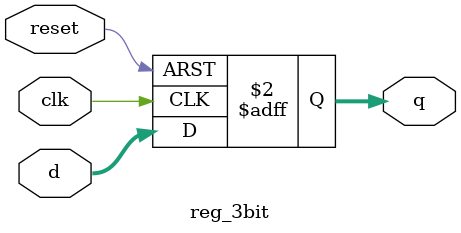
<source format=v>
`timescale 1ns / 1ps
module reg_3bit(clk, reset, d, q);

   input clk, reset;
	input [2:0] d;
	output reg [2:0] q;
	
	always @ (posedge clk, posedge reset)
	   if(reset)
		   q <= 3'b0;
		else
		   q <= d;

endmodule

</source>
